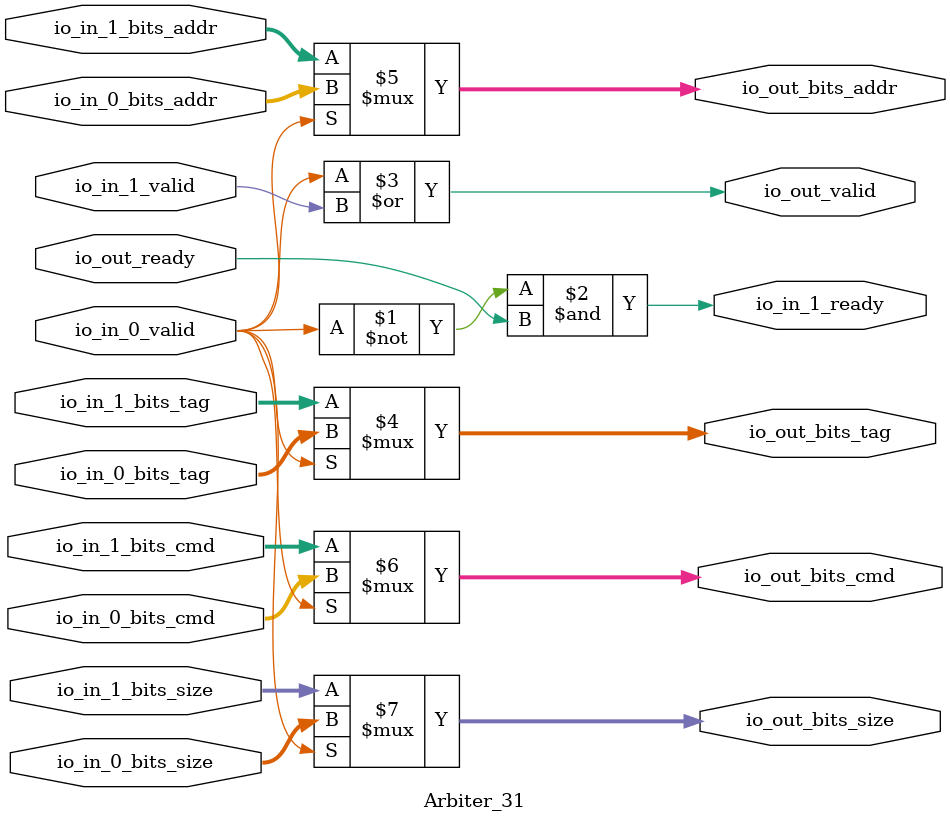
<source format=sv>
`ifndef RANDOMIZE
  `ifdef RANDOMIZE_MEM_INIT
    `define RANDOMIZE
  `endif // RANDOMIZE_MEM_INIT
`endif // not def RANDOMIZE
`ifndef RANDOMIZE
  `ifdef RANDOMIZE_REG_INIT
    `define RANDOMIZE
  `endif // RANDOMIZE_REG_INIT
`endif // not def RANDOMIZE

`ifndef RANDOM
  `define RANDOM $random
`endif // not def RANDOM

// Users can define INIT_RANDOM as general code that gets injected into the
// initializer block for modules with registers.
`ifndef INIT_RANDOM
  `define INIT_RANDOM
`endif // not def INIT_RANDOM

// If using random initialization, you can also define RANDOMIZE_DELAY to
// customize the delay used, otherwise 0.002 is used.
`ifndef RANDOMIZE_DELAY
  `define RANDOMIZE_DELAY 0.002
`endif // not def RANDOMIZE_DELAY

// Define INIT_RANDOM_PROLOG_ for use in our modules below.
`ifndef INIT_RANDOM_PROLOG_
  `ifdef RANDOMIZE
    `ifdef VERILATOR
      `define INIT_RANDOM_PROLOG_ `INIT_RANDOM
    `else  // VERILATOR
      `define INIT_RANDOM_PROLOG_ `INIT_RANDOM #`RANDOMIZE_DELAY begin end
    `endif // VERILATOR
  `else  // RANDOMIZE
    `define INIT_RANDOM_PROLOG_
  `endif // RANDOMIZE
`endif // not def INIT_RANDOM_PROLOG_

// Include register initializers in init blocks unless synthesis is set
`ifndef SYNTHESIS
  `ifndef ENABLE_INITIAL_REG_
    `define ENABLE_INITIAL_REG_
  `endif // not def ENABLE_INITIAL_REG_
`endif // not def SYNTHESIS

// Include rmemory initializers in init blocks unless synthesis is set
`ifndef SYNTHESIS
  `ifndef ENABLE_INITIAL_MEM_
    `define ENABLE_INITIAL_MEM_
  `endif // not def ENABLE_INITIAL_MEM_
`endif // not def SYNTHESIS

// Standard header to adapt well known macros for prints and assertions.

// Users can define 'PRINTF_COND' to add an extra gate to prints.
`ifndef PRINTF_COND_
  `ifdef PRINTF_COND
    `define PRINTF_COND_ (`PRINTF_COND)
  `else  // PRINTF_COND
    `define PRINTF_COND_ 1
  `endif // PRINTF_COND
`endif // not def PRINTF_COND_

// Users can define 'ASSERT_VERBOSE_COND' to add an extra gate to assert error printing.
`ifndef ASSERT_VERBOSE_COND_
  `ifdef ASSERT_VERBOSE_COND
    `define ASSERT_VERBOSE_COND_ (`ASSERT_VERBOSE_COND)
  `else  // ASSERT_VERBOSE_COND
    `define ASSERT_VERBOSE_COND_ 1
  `endif // ASSERT_VERBOSE_COND
`endif // not def ASSERT_VERBOSE_COND_

// Users can define 'STOP_COND' to add an extra gate to stop conditions.
`ifndef STOP_COND_
  `ifdef STOP_COND
    `define STOP_COND_ (`STOP_COND)
  `else  // STOP_COND
    `define STOP_COND_ 1
  `endif // STOP_COND
`endif // not def STOP_COND_

module Arbiter_31(
  input         io_in_0_valid,	// @[src/main/scala/chisel3/util/Arbiter.scala:134:14]
  input  [7:0]  io_in_0_bits_tag,	// @[src/main/scala/chisel3/util/Arbiter.scala:134:14]
  input  [39:0] io_in_0_bits_addr,	// @[src/main/scala/chisel3/util/Arbiter.scala:134:14]
  input  [4:0]  io_in_0_bits_cmd,	// @[src/main/scala/chisel3/util/Arbiter.scala:134:14]
  input  [1:0]  io_in_0_bits_size,	// @[src/main/scala/chisel3/util/Arbiter.scala:134:14]
  output        io_in_1_ready,	// @[src/main/scala/chisel3/util/Arbiter.scala:134:14]
  input         io_in_1_valid,	// @[src/main/scala/chisel3/util/Arbiter.scala:134:14]
  input  [7:0]  io_in_1_bits_tag,	// @[src/main/scala/chisel3/util/Arbiter.scala:134:14]
  input  [39:0] io_in_1_bits_addr,	// @[src/main/scala/chisel3/util/Arbiter.scala:134:14]
  input  [4:0]  io_in_1_bits_cmd,	// @[src/main/scala/chisel3/util/Arbiter.scala:134:14]
  input  [1:0]  io_in_1_bits_size,	// @[src/main/scala/chisel3/util/Arbiter.scala:134:14]
  input         io_out_ready,	// @[src/main/scala/chisel3/util/Arbiter.scala:134:14]
  output        io_out_valid,	// @[src/main/scala/chisel3/util/Arbiter.scala:134:14]
  output [7:0]  io_out_bits_tag,	// @[src/main/scala/chisel3/util/Arbiter.scala:134:14]
  output [39:0] io_out_bits_addr,	// @[src/main/scala/chisel3/util/Arbiter.scala:134:14]
  output [4:0]  io_out_bits_cmd,	// @[src/main/scala/chisel3/util/Arbiter.scala:134:14]
  output [1:0]  io_out_bits_size	// @[src/main/scala/chisel3/util/Arbiter.scala:134:14]
);

  assign io_in_1_ready = ~io_in_0_valid & io_out_ready;	// @[src/main/scala/chisel3/util/Arbiter.scala:45:78, :147:19]
  assign io_out_valid = io_in_0_valid | io_in_1_valid;	// @[src/main/scala/chisel3/util/Arbiter.scala:148:31]
  assign io_out_bits_tag = io_in_0_valid ? io_in_0_bits_tag : io_in_1_bits_tag;	// @[src/main/scala/chisel3/util/Arbiter.scala:137:15, :139:26, :141:19]
  assign io_out_bits_addr = io_in_0_valid ? io_in_0_bits_addr : io_in_1_bits_addr;	// @[src/main/scala/chisel3/util/Arbiter.scala:137:15, :139:26, :141:19]
  assign io_out_bits_cmd = io_in_0_valid ? io_in_0_bits_cmd : io_in_1_bits_cmd;	// @[src/main/scala/chisel3/util/Arbiter.scala:137:15, :139:26, :141:19]
  assign io_out_bits_size = io_in_0_valid ? io_in_0_bits_size : io_in_1_bits_size;	// @[src/main/scala/chisel3/util/Arbiter.scala:137:15, :139:26, :141:19]
endmodule


</source>
